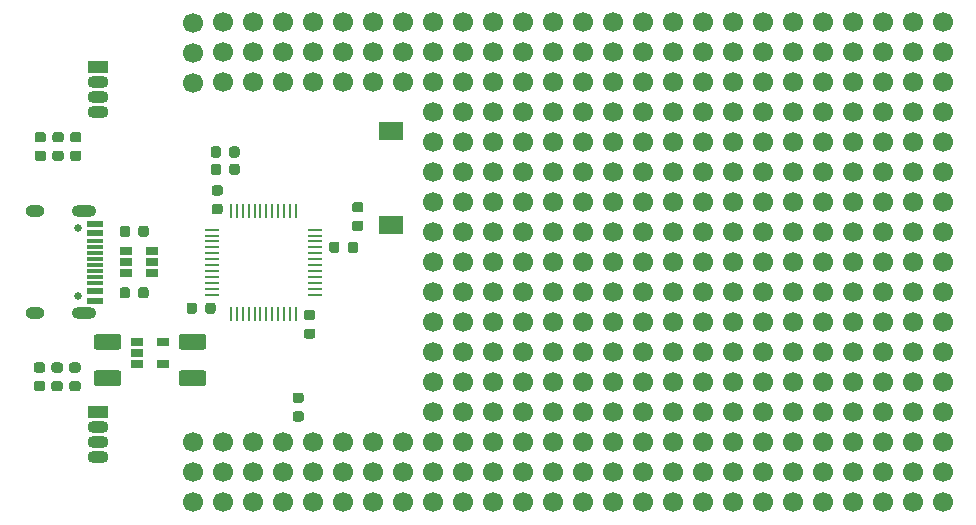
<source format=gbr>
G04 #@! TF.GenerationSoftware,KiCad,Pcbnew,5.1.8-db9833491~87~ubuntu20.04.1*
G04 #@! TF.CreationDate,2020-11-18T16:34:53+01:00*
G04 #@! TF.ProjectId,krieger,6b726965-6765-4722-9e6b-696361645f70,v1.0*
G04 #@! TF.SameCoordinates,Original*
G04 #@! TF.FileFunction,Soldermask,Top*
G04 #@! TF.FilePolarity,Negative*
%FSLAX46Y46*%
G04 Gerber Fmt 4.6, Leading zero omitted, Abs format (unit mm)*
G04 Created by KiCad (PCBNEW 5.1.8-db9833491~87~ubuntu20.04.1) date 2020-11-18 16:34:53*
%MOMM*%
%LPD*%
G01*
G04 APERTURE LIST*
%ADD10C,1.700000*%
%ADD11R,2.000000X1.500000*%
%ADD12O,1.600000X1.000000*%
%ADD13C,0.650000*%
%ADD14O,2.100000X1.000000*%
%ADD15R,1.450000X0.300000*%
%ADD16R,1.450000X0.600000*%
%ADD17R,1.300000X0.250000*%
%ADD18R,0.250000X1.300000*%
%ADD19R,1.060000X0.650000*%
%ADD20O,1.800000X1.070000*%
%ADD21R,1.800000X1.070000*%
G04 APERTURE END LIST*
D10*
X155320000Y-93180000D03*
X155320000Y-95720000D03*
X155320000Y-98260000D03*
X155320000Y-100800000D03*
X155320000Y-103340000D03*
X155320000Y-105880000D03*
X155320000Y-108420000D03*
X155320000Y-110960000D03*
X155320000Y-113500000D03*
X155320000Y-116040000D03*
X155320000Y-118580000D03*
X155320000Y-121120000D03*
X155320000Y-123660000D03*
X155320000Y-126200000D03*
X155320000Y-128740000D03*
X155320000Y-131280000D03*
X162940000Y-110960000D03*
X165480000Y-110960000D03*
X168020000Y-110960000D03*
X170560000Y-110960000D03*
X173100000Y-110960000D03*
X175640000Y-110960000D03*
X178180000Y-110960000D03*
X180720000Y-110960000D03*
X183260000Y-110960000D03*
X185800000Y-110960000D03*
X188340000Y-110960000D03*
X190880000Y-113500000D03*
X185800000Y-128740000D03*
X155320000Y-133820000D03*
X162940000Y-131280000D03*
X162940000Y-133820000D03*
X162940000Y-98260000D03*
X162940000Y-100800000D03*
X162940000Y-103340000D03*
X162940000Y-105880000D03*
X162940000Y-108420000D03*
X165480000Y-108420000D03*
X165480000Y-105880000D03*
X165480000Y-103340000D03*
X165480000Y-100800000D03*
X165480000Y-98260000D03*
X165480000Y-133820000D03*
X165480000Y-131280000D03*
X168020000Y-131280000D03*
X168020000Y-133820000D03*
X168020000Y-98260000D03*
X168020000Y-103340000D03*
X168020000Y-100800000D03*
X168020000Y-105880000D03*
X168020000Y-108420000D03*
X170560000Y-108420000D03*
X170560000Y-105880000D03*
X170560000Y-103340000D03*
X170560000Y-100800000D03*
X170560000Y-98260000D03*
X170560000Y-133820000D03*
X170560000Y-131280000D03*
X173100000Y-131280000D03*
X173100000Y-133820000D03*
X173100000Y-98260000D03*
X173100000Y-100800000D03*
X173100000Y-103340000D03*
X173100000Y-105880000D03*
X173100000Y-108420000D03*
X175640000Y-105880000D03*
X175640000Y-103340000D03*
X175640000Y-100800000D03*
X175640000Y-98260000D03*
X175640000Y-133820000D03*
X175640000Y-131280000D03*
X178180000Y-131280000D03*
X178180000Y-133820000D03*
X178180000Y-98260000D03*
X178180000Y-100800000D03*
X178180000Y-103340000D03*
X178180000Y-105880000D03*
X178180000Y-108420000D03*
X175640000Y-108420000D03*
X180720000Y-108420000D03*
X180720000Y-105880000D03*
X180720000Y-103340000D03*
X180720000Y-100800000D03*
X180720000Y-98260000D03*
X180720000Y-133820000D03*
X180720000Y-131280000D03*
X183260000Y-131280000D03*
X183260000Y-133820000D03*
X183260000Y-98260000D03*
X183260000Y-100800000D03*
X183260000Y-103340000D03*
X183260000Y-105880000D03*
X183260000Y-108420000D03*
X185800000Y-108420000D03*
X185800000Y-105880000D03*
X185800000Y-103340000D03*
X185800000Y-100800000D03*
X188340000Y-100800000D03*
X188340000Y-103340000D03*
X188340000Y-105880000D03*
X188340000Y-108420000D03*
X190880000Y-110960000D03*
X190880000Y-108420000D03*
X190880000Y-105880000D03*
X190880000Y-103340000D03*
X190880000Y-100800000D03*
X190880000Y-126200000D03*
X188340000Y-123660000D03*
X185800000Y-123660000D03*
X185800000Y-126200000D03*
X162940000Y-113500000D03*
X165480000Y-113500000D03*
X168020000Y-113500000D03*
X170560000Y-113500000D03*
X173100000Y-113500000D03*
X175640000Y-113500000D03*
X178180000Y-113500000D03*
X180720000Y-113500000D03*
X183260000Y-113500000D03*
X185800000Y-113500000D03*
X188340000Y-113500000D03*
X190880000Y-116040000D03*
X190880000Y-118580000D03*
X190880000Y-121120000D03*
X190880000Y-123660000D03*
X188340000Y-121120000D03*
X185800000Y-121120000D03*
X183260000Y-121120000D03*
X183260000Y-123660000D03*
X183260000Y-126200000D03*
X183260000Y-128740000D03*
X162940000Y-116040000D03*
X165480000Y-116040000D03*
X168020000Y-116040000D03*
X170560000Y-116040000D03*
X173100000Y-116040000D03*
X175640000Y-116040000D03*
X178180000Y-116040000D03*
X180720000Y-116040000D03*
X183260000Y-116040000D03*
X185800000Y-116040000D03*
X188340000Y-116040000D03*
X188340000Y-118580000D03*
X185800000Y-118580000D03*
X183260000Y-118580000D03*
X180720000Y-118580000D03*
X180720000Y-121120000D03*
X180720000Y-123660000D03*
X180720000Y-126200000D03*
X180720000Y-128740000D03*
X178180000Y-128740000D03*
X175640000Y-128740000D03*
X173100000Y-128740000D03*
X170560000Y-128740000D03*
X168020000Y-128740000D03*
X162940000Y-128740000D03*
X165480000Y-128740000D03*
X162940000Y-121120000D03*
X162940000Y-118580000D03*
X165480000Y-118580000D03*
X168020000Y-118580000D03*
X170560000Y-118580000D03*
X173100000Y-118580000D03*
X175640000Y-118580000D03*
X178180000Y-118580000D03*
X178180000Y-121120000D03*
X178180000Y-123660000D03*
X178180000Y-126200000D03*
X175640000Y-126200000D03*
X173100000Y-126200000D03*
X170560000Y-126200000D03*
X168020000Y-126200000D03*
X165480000Y-126200000D03*
X162940000Y-126200000D03*
X162940000Y-123660000D03*
X165480000Y-123660000D03*
X165480000Y-121120000D03*
X168020000Y-121120000D03*
X170560000Y-121120000D03*
X175640000Y-121120000D03*
X175640000Y-123660000D03*
X173100000Y-123660000D03*
X170560000Y-123660000D03*
X168020000Y-123660000D03*
X173100000Y-121120000D03*
X190880000Y-98260000D03*
X188340000Y-98260000D03*
X185800000Y-98260000D03*
X190880000Y-128740000D03*
X188340000Y-128740000D03*
X188340000Y-126200000D03*
X185800000Y-131280000D03*
X185800000Y-133820000D03*
X160400000Y-116040000D03*
X160400000Y-113500000D03*
X160400000Y-118580000D03*
X160400000Y-126200000D03*
X160400000Y-123660000D03*
X160400000Y-121120000D03*
X160400000Y-128740000D03*
X160400000Y-98260000D03*
X160400000Y-100800000D03*
X160400000Y-103340000D03*
X160400000Y-131280000D03*
X160400000Y-110960000D03*
X160400000Y-105880000D03*
X160400000Y-108420000D03*
X160400000Y-133820000D03*
X157860000Y-110960000D03*
X157860000Y-108420000D03*
X157860000Y-116040000D03*
X157860000Y-113500000D03*
X157860000Y-103340000D03*
X157860000Y-105880000D03*
X157860000Y-100800000D03*
X157860000Y-98260000D03*
X157860000Y-123660000D03*
X157860000Y-121120000D03*
X157860000Y-118580000D03*
X157860000Y-128740000D03*
X157860000Y-126200000D03*
X157860000Y-133820000D03*
X168020000Y-93180000D03*
X168020000Y-95720000D03*
X170560000Y-95720000D03*
X173100000Y-95720000D03*
X173100000Y-93180000D03*
X170560000Y-93180000D03*
X175640000Y-95720000D03*
X175640000Y-93180000D03*
X178180000Y-95720000D03*
X178180000Y-93180000D03*
X183260000Y-95720000D03*
X180720000Y-95720000D03*
X180720000Y-93180000D03*
X183260000Y-93180000D03*
X185800000Y-95720000D03*
X185800000Y-93180000D03*
X160400000Y-95720000D03*
X157860000Y-93180000D03*
X157860000Y-131280000D03*
X160400000Y-93180000D03*
X162940000Y-93180000D03*
X165480000Y-93180000D03*
X165480000Y-93180000D03*
X157860000Y-95720000D03*
X162940000Y-95720000D03*
X165480000Y-95720000D03*
X188340000Y-131280000D03*
X188340000Y-133820000D03*
X190880000Y-131280000D03*
X190880000Y-133820000D03*
X188340000Y-93180000D03*
X190880000Y-93180000D03*
X190880000Y-95720000D03*
X188340000Y-95720000D03*
X193420000Y-98260000D03*
X195960000Y-110960000D03*
X198500000Y-113500000D03*
X193420000Y-110960000D03*
X193420000Y-128740000D03*
X198500000Y-123660000D03*
X193420000Y-123660000D03*
X198500000Y-100800000D03*
X193420000Y-133820000D03*
X193420000Y-131280000D03*
X195960000Y-100800000D03*
X198500000Y-131280000D03*
X195960000Y-133820000D03*
X193420000Y-116040000D03*
X193420000Y-93180000D03*
X195960000Y-108420000D03*
X195960000Y-126200000D03*
X195960000Y-128740000D03*
X198500000Y-108420000D03*
X193420000Y-121120000D03*
X193420000Y-118580000D03*
X198500000Y-103340000D03*
X198500000Y-118580000D03*
X193420000Y-126200000D03*
X195960000Y-121120000D03*
X198500000Y-128740000D03*
X198500000Y-126200000D03*
X195960000Y-123660000D03*
X195960000Y-95720000D03*
X195960000Y-93180000D03*
X198500000Y-133820000D03*
X198500000Y-95720000D03*
X198500000Y-93180000D03*
X198500000Y-98260000D03*
X193420000Y-113500000D03*
X195960000Y-98260000D03*
X193420000Y-100800000D03*
X193420000Y-95720000D03*
X193420000Y-108420000D03*
X198500000Y-116040000D03*
X198500000Y-110960000D03*
X193420000Y-103340000D03*
X195960000Y-103340000D03*
X195960000Y-113500000D03*
X195960000Y-118580000D03*
X195960000Y-131280000D03*
X193420000Y-105880000D03*
X198500000Y-121120000D03*
X198500000Y-105880000D03*
X195960000Y-105880000D03*
X195960000Y-116040000D03*
X140135506Y-95746875D03*
X140135506Y-93206875D03*
X150295506Y-98286875D03*
X152835506Y-98286875D03*
X142675506Y-95746875D03*
X142675506Y-98286875D03*
X147755506Y-95746875D03*
X150295506Y-95746875D03*
X145215506Y-93206875D03*
X145215506Y-95746875D03*
X147755506Y-93206875D03*
X140135506Y-98286875D03*
X145215506Y-98286875D03*
X147755506Y-98286875D03*
X150295506Y-93206875D03*
X142675506Y-93206875D03*
X152835506Y-95746875D03*
X152835506Y-93206875D03*
X137595506Y-95746875D03*
X137595506Y-93206875D03*
X137595506Y-98286875D03*
X145215506Y-128766875D03*
X150295506Y-128766875D03*
X147755506Y-133846875D03*
X152835506Y-128766875D03*
X147755506Y-131306875D03*
X142675506Y-131306875D03*
X150295506Y-133846875D03*
X147755506Y-128766875D03*
X150295506Y-131306875D03*
X145215506Y-133846875D03*
X145215506Y-131306875D03*
X152835506Y-131306875D03*
X142675506Y-133846875D03*
X152835506Y-133846875D03*
X142675506Y-128766875D03*
X135055506Y-128766875D03*
X135055506Y-133846875D03*
X137595506Y-131306875D03*
X137595506Y-133846875D03*
X140135506Y-128766875D03*
X135055506Y-131306875D03*
X140135506Y-131306875D03*
X140135506Y-133846875D03*
X137595506Y-128766875D03*
X135000000Y-95800625D03*
X135000000Y-98340625D03*
X135000000Y-93260625D03*
D11*
X151830000Y-110370000D03*
X151830000Y-102370000D03*
D12*
X121640000Y-117820000D03*
D13*
X125290000Y-116390000D03*
D12*
X121640000Y-109180000D03*
D13*
X125290000Y-110610000D03*
D14*
X125820000Y-109180000D03*
X125820000Y-117820000D03*
D15*
X126735000Y-113250000D03*
X126735000Y-115250000D03*
X126735000Y-114750000D03*
X126735000Y-114250000D03*
X126735000Y-113750000D03*
X126735000Y-112750000D03*
X126735000Y-112250000D03*
X126735000Y-111750000D03*
D16*
X126735000Y-116750000D03*
X126735000Y-115950000D03*
X126735000Y-111050000D03*
X126735000Y-110250000D03*
X126735000Y-110250000D03*
X126735000Y-111050000D03*
X126735000Y-115950000D03*
X126735000Y-116750000D03*
D17*
X145350000Y-116250000D03*
X145350000Y-115750000D03*
X145350000Y-115250000D03*
X145350000Y-114750000D03*
X145350000Y-114250000D03*
X145350000Y-113750000D03*
X145350000Y-113250000D03*
X145350000Y-112750000D03*
X145350000Y-112250000D03*
X145350000Y-111750000D03*
X145350000Y-111250000D03*
X145350000Y-110750000D03*
D18*
X143750000Y-109150000D03*
X143250000Y-109150000D03*
X142750000Y-109150000D03*
X142250000Y-109150000D03*
X141750000Y-109150000D03*
X141250000Y-109150000D03*
X140750000Y-109150000D03*
X140250000Y-109150000D03*
X139750000Y-109150000D03*
X139250000Y-109150000D03*
X138750000Y-109150000D03*
X138250000Y-109150000D03*
D17*
X136650000Y-110750000D03*
X136650000Y-111250000D03*
X136650000Y-111750000D03*
X136650000Y-112250000D03*
X136650000Y-112750000D03*
X136650000Y-113250000D03*
X136650000Y-113750000D03*
X136650000Y-114250000D03*
X136650000Y-114750000D03*
X136650000Y-115250000D03*
X136650000Y-115750000D03*
X136650000Y-116250000D03*
D18*
X138250000Y-117850000D03*
X138750000Y-117850000D03*
X139250000Y-117850000D03*
X139750000Y-117850000D03*
X140250000Y-117850000D03*
X140750000Y-117850000D03*
X141250000Y-117850000D03*
X141750000Y-117850000D03*
X142250000Y-117850000D03*
X142750000Y-117850000D03*
X143250000Y-117850000D03*
X143750000Y-117850000D03*
G36*
G01*
X131275000Y-110643750D02*
X131275000Y-111156250D01*
G75*
G02*
X131056250Y-111375000I-218750J0D01*
G01*
X130618750Y-111375000D01*
G75*
G02*
X130400000Y-111156250I0J218750D01*
G01*
X130400000Y-110643750D01*
G75*
G02*
X130618750Y-110425000I218750J0D01*
G01*
X131056250Y-110425000D01*
G75*
G02*
X131275000Y-110643750I0J-218750D01*
G01*
G37*
G36*
G01*
X129700000Y-110643750D02*
X129700000Y-111156250D01*
G75*
G02*
X129481250Y-111375000I-218750J0D01*
G01*
X129043750Y-111375000D01*
G75*
G02*
X128825000Y-111156250I0J218750D01*
G01*
X128825000Y-110643750D01*
G75*
G02*
X129043750Y-110425000I218750J0D01*
G01*
X129481250Y-110425000D01*
G75*
G02*
X129700000Y-110643750I0J-218750D01*
G01*
G37*
G36*
G01*
X126874998Y-122665000D02*
X128725002Y-122665000D01*
G75*
G02*
X128975000Y-122914998I0J-249998D01*
G01*
X128975000Y-123740002D01*
G75*
G02*
X128725002Y-123990000I-249998J0D01*
G01*
X126874998Y-123990000D01*
G75*
G02*
X126625000Y-123740002I0J249998D01*
G01*
X126625000Y-122914998D01*
G75*
G02*
X126874998Y-122665000I249998J0D01*
G01*
G37*
G36*
G01*
X126874998Y-119590000D02*
X128725002Y-119590000D01*
G75*
G02*
X128975000Y-119839998I0J-249998D01*
G01*
X128975000Y-120665002D01*
G75*
G02*
X128725002Y-120915000I-249998J0D01*
G01*
X126874998Y-120915000D01*
G75*
G02*
X126625000Y-120665002I0J249998D01*
G01*
X126625000Y-119839998D01*
G75*
G02*
X126874998Y-119590000I249998J0D01*
G01*
G37*
G36*
G01*
X134074998Y-119587500D02*
X135925002Y-119587500D01*
G75*
G02*
X136175000Y-119837498I0J-249998D01*
G01*
X136175000Y-120662502D01*
G75*
G02*
X135925002Y-120912500I-249998J0D01*
G01*
X134074998Y-120912500D01*
G75*
G02*
X133825000Y-120662502I0J249998D01*
G01*
X133825000Y-119837498D01*
G75*
G02*
X134074998Y-119587500I249998J0D01*
G01*
G37*
G36*
G01*
X134074998Y-122662500D02*
X135925002Y-122662500D01*
G75*
G02*
X136175000Y-122912498I0J-249998D01*
G01*
X136175000Y-123737502D01*
G75*
G02*
X135925002Y-123987500I-249998J0D01*
G01*
X134074998Y-123987500D01*
G75*
G02*
X133825000Y-123737502I0J249998D01*
G01*
X133825000Y-122912498D01*
G75*
G02*
X134074998Y-122662500I249998J0D01*
G01*
G37*
G36*
G01*
X135370000Y-117153750D02*
X135370000Y-117666250D01*
G75*
G02*
X135151250Y-117885000I-218750J0D01*
G01*
X134713750Y-117885000D01*
G75*
G02*
X134495000Y-117666250I0J218750D01*
G01*
X134495000Y-117153750D01*
G75*
G02*
X134713750Y-116935000I218750J0D01*
G01*
X135151250Y-116935000D01*
G75*
G02*
X135370000Y-117153750I0J-218750D01*
G01*
G37*
G36*
G01*
X136945000Y-117153750D02*
X136945000Y-117666250D01*
G75*
G02*
X136726250Y-117885000I-218750J0D01*
G01*
X136288750Y-117885000D01*
G75*
G02*
X136070000Y-117666250I0J218750D01*
G01*
X136070000Y-117153750D01*
G75*
G02*
X136288750Y-116935000I218750J0D01*
G01*
X136726250Y-116935000D01*
G75*
G02*
X136945000Y-117153750I0J-218750D01*
G01*
G37*
G36*
G01*
X144653750Y-117545000D02*
X145166250Y-117545000D01*
G75*
G02*
X145385000Y-117763750I0J-218750D01*
G01*
X145385000Y-118201250D01*
G75*
G02*
X145166250Y-118420000I-218750J0D01*
G01*
X144653750Y-118420000D01*
G75*
G02*
X144435000Y-118201250I0J218750D01*
G01*
X144435000Y-117763750D01*
G75*
G02*
X144653750Y-117545000I218750J0D01*
G01*
G37*
G36*
G01*
X144653750Y-119120000D02*
X145166250Y-119120000D01*
G75*
G02*
X145385000Y-119338750I0J-218750D01*
G01*
X145385000Y-119776250D01*
G75*
G02*
X145166250Y-119995000I-218750J0D01*
G01*
X144653750Y-119995000D01*
G75*
G02*
X144435000Y-119776250I0J218750D01*
G01*
X144435000Y-119338750D01*
G75*
G02*
X144653750Y-119120000I218750J0D01*
G01*
G37*
G36*
G01*
X137336250Y-107870000D02*
X136823750Y-107870000D01*
G75*
G02*
X136605000Y-107651250I0J218750D01*
G01*
X136605000Y-107213750D01*
G75*
G02*
X136823750Y-106995000I218750J0D01*
G01*
X137336250Y-106995000D01*
G75*
G02*
X137555000Y-107213750I0J-218750D01*
G01*
X137555000Y-107651250D01*
G75*
G02*
X137336250Y-107870000I-218750J0D01*
G01*
G37*
G36*
G01*
X137336250Y-109445000D02*
X136823750Y-109445000D01*
G75*
G02*
X136605000Y-109226250I0J218750D01*
G01*
X136605000Y-108788750D01*
G75*
G02*
X136823750Y-108570000I218750J0D01*
G01*
X137336250Y-108570000D01*
G75*
G02*
X137555000Y-108788750I0J-218750D01*
G01*
X137555000Y-109226250D01*
G75*
G02*
X137336250Y-109445000I-218750J0D01*
G01*
G37*
G36*
G01*
X146565000Y-112506250D02*
X146565000Y-111993750D01*
G75*
G02*
X146783750Y-111775000I218750J0D01*
G01*
X147221250Y-111775000D01*
G75*
G02*
X147440000Y-111993750I0J-218750D01*
G01*
X147440000Y-112506250D01*
G75*
G02*
X147221250Y-112725000I-218750J0D01*
G01*
X146783750Y-112725000D01*
G75*
G02*
X146565000Y-112506250I0J218750D01*
G01*
G37*
G36*
G01*
X148140000Y-112506250D02*
X148140000Y-111993750D01*
G75*
G02*
X148358750Y-111775000I218750J0D01*
G01*
X148796250Y-111775000D01*
G75*
G02*
X149015000Y-111993750I0J-218750D01*
G01*
X149015000Y-112506250D01*
G75*
G02*
X148796250Y-112725000I-218750J0D01*
G01*
X148358750Y-112725000D01*
G75*
G02*
X148140000Y-112506250I0J218750D01*
G01*
G37*
G36*
G01*
X149236250Y-110865000D02*
X148723750Y-110865000D01*
G75*
G02*
X148505000Y-110646250I0J218750D01*
G01*
X148505000Y-110208750D01*
G75*
G02*
X148723750Y-109990000I218750J0D01*
G01*
X149236250Y-109990000D01*
G75*
G02*
X149455000Y-110208750I0J-218750D01*
G01*
X149455000Y-110646250D01*
G75*
G02*
X149236250Y-110865000I-218750J0D01*
G01*
G37*
G36*
G01*
X149236250Y-109290000D02*
X148723750Y-109290000D01*
G75*
G02*
X148505000Y-109071250I0J218750D01*
G01*
X148505000Y-108633750D01*
G75*
G02*
X148723750Y-108415000I218750J0D01*
G01*
X149236250Y-108415000D01*
G75*
G02*
X149455000Y-108633750I0J-218750D01*
G01*
X149455000Y-109071250D01*
G75*
G02*
X149236250Y-109290000I-218750J0D01*
G01*
G37*
G36*
G01*
X129700000Y-115843750D02*
X129700000Y-116356250D01*
G75*
G02*
X129481250Y-116575000I-218750J0D01*
G01*
X129043750Y-116575000D01*
G75*
G02*
X128825000Y-116356250I0J218750D01*
G01*
X128825000Y-115843750D01*
G75*
G02*
X129043750Y-115625000I218750J0D01*
G01*
X129481250Y-115625000D01*
G75*
G02*
X129700000Y-115843750I0J-218750D01*
G01*
G37*
G36*
G01*
X131275000Y-115843750D02*
X131275000Y-116356250D01*
G75*
G02*
X131056250Y-116575000I-218750J0D01*
G01*
X130618750Y-116575000D01*
G75*
G02*
X130400000Y-116356250I0J218750D01*
G01*
X130400000Y-115843750D01*
G75*
G02*
X130618750Y-115625000I218750J0D01*
G01*
X131056250Y-115625000D01*
G75*
G02*
X131275000Y-115843750I0J-218750D01*
G01*
G37*
G36*
G01*
X144196250Y-127005000D02*
X143683750Y-127005000D01*
G75*
G02*
X143465000Y-126786250I0J218750D01*
G01*
X143465000Y-126348750D01*
G75*
G02*
X143683750Y-126130000I218750J0D01*
G01*
X144196250Y-126130000D01*
G75*
G02*
X144415000Y-126348750I0J-218750D01*
G01*
X144415000Y-126786250D01*
G75*
G02*
X144196250Y-127005000I-218750J0D01*
G01*
G37*
G36*
G01*
X144196250Y-125430000D02*
X143683750Y-125430000D01*
G75*
G02*
X143465000Y-125211250I0J218750D01*
G01*
X143465000Y-124773750D01*
G75*
G02*
X143683750Y-124555000I218750J0D01*
G01*
X144196250Y-124555000D01*
G75*
G02*
X144415000Y-124773750I0J-218750D01*
G01*
X144415000Y-125211250D01*
G75*
G02*
X144196250Y-125430000I-218750J0D01*
G01*
G37*
G36*
G01*
X122366250Y-104945000D02*
X121853750Y-104945000D01*
G75*
G02*
X121635000Y-104726250I0J218750D01*
G01*
X121635000Y-104288750D01*
G75*
G02*
X121853750Y-104070000I218750J0D01*
G01*
X122366250Y-104070000D01*
G75*
G02*
X122585000Y-104288750I0J-218750D01*
G01*
X122585000Y-104726250D01*
G75*
G02*
X122366250Y-104945000I-218750J0D01*
G01*
G37*
G36*
G01*
X122366250Y-103370000D02*
X121853750Y-103370000D01*
G75*
G02*
X121635000Y-103151250I0J218750D01*
G01*
X121635000Y-102713750D01*
G75*
G02*
X121853750Y-102495000I218750J0D01*
G01*
X122366250Y-102495000D01*
G75*
G02*
X122585000Y-102713750I0J-218750D01*
G01*
X122585000Y-103151250D01*
G75*
G02*
X122366250Y-103370000I-218750J0D01*
G01*
G37*
G36*
G01*
X123866250Y-103370000D02*
X123353750Y-103370000D01*
G75*
G02*
X123135000Y-103151250I0J218750D01*
G01*
X123135000Y-102713750D01*
G75*
G02*
X123353750Y-102495000I218750J0D01*
G01*
X123866250Y-102495000D01*
G75*
G02*
X124085000Y-102713750I0J-218750D01*
G01*
X124085000Y-103151250D01*
G75*
G02*
X123866250Y-103370000I-218750J0D01*
G01*
G37*
G36*
G01*
X123866250Y-104945000D02*
X123353750Y-104945000D01*
G75*
G02*
X123135000Y-104726250I0J218750D01*
G01*
X123135000Y-104288750D01*
G75*
G02*
X123353750Y-104070000I218750J0D01*
G01*
X123866250Y-104070000D01*
G75*
G02*
X124085000Y-104288750I0J-218750D01*
G01*
X124085000Y-104726250D01*
G75*
G02*
X123866250Y-104945000I-218750J0D01*
G01*
G37*
G36*
G01*
X125366250Y-104945000D02*
X124853750Y-104945000D01*
G75*
G02*
X124635000Y-104726250I0J218750D01*
G01*
X124635000Y-104288750D01*
G75*
G02*
X124853750Y-104070000I218750J0D01*
G01*
X125366250Y-104070000D01*
G75*
G02*
X125585000Y-104288750I0J-218750D01*
G01*
X125585000Y-104726250D01*
G75*
G02*
X125366250Y-104945000I-218750J0D01*
G01*
G37*
G36*
G01*
X125366250Y-103370000D02*
X124853750Y-103370000D01*
G75*
G02*
X124635000Y-103151250I0J218750D01*
G01*
X124635000Y-102713750D01*
G75*
G02*
X124853750Y-102495000I218750J0D01*
G01*
X125366250Y-102495000D01*
G75*
G02*
X125585000Y-102713750I0J-218750D01*
G01*
X125585000Y-103151250D01*
G75*
G02*
X125366250Y-103370000I-218750J0D01*
G01*
G37*
G36*
G01*
X124783750Y-123560000D02*
X125296250Y-123560000D01*
G75*
G02*
X125515000Y-123778750I0J-218750D01*
G01*
X125515000Y-124216250D01*
G75*
G02*
X125296250Y-124435000I-218750J0D01*
G01*
X124783750Y-124435000D01*
G75*
G02*
X124565000Y-124216250I0J218750D01*
G01*
X124565000Y-123778750D01*
G75*
G02*
X124783750Y-123560000I218750J0D01*
G01*
G37*
G36*
G01*
X124783750Y-121985000D02*
X125296250Y-121985000D01*
G75*
G02*
X125515000Y-122203750I0J-218750D01*
G01*
X125515000Y-122641250D01*
G75*
G02*
X125296250Y-122860000I-218750J0D01*
G01*
X124783750Y-122860000D01*
G75*
G02*
X124565000Y-122641250I0J218750D01*
G01*
X124565000Y-122203750D01*
G75*
G02*
X124783750Y-121985000I218750J0D01*
G01*
G37*
D19*
X130300000Y-120250000D03*
X130300000Y-121200000D03*
X130300000Y-122150000D03*
X132500000Y-122150000D03*
X132500000Y-120250000D03*
X131600000Y-114450000D03*
X131600000Y-113500000D03*
X131600000Y-112550000D03*
X129400000Y-112550000D03*
X129400000Y-114450000D03*
X129400000Y-113500000D03*
D20*
X127000000Y-100810000D03*
X127000000Y-99540000D03*
X127000000Y-98270000D03*
D21*
X127000000Y-97000000D03*
X127000000Y-126200000D03*
D20*
X127000000Y-127470000D03*
X127000000Y-128740000D03*
X127000000Y-130010000D03*
G36*
G01*
X123273750Y-121985000D02*
X123786250Y-121985000D01*
G75*
G02*
X124005000Y-122203750I0J-218750D01*
G01*
X124005000Y-122641250D01*
G75*
G02*
X123786250Y-122860000I-218750J0D01*
G01*
X123273750Y-122860000D01*
G75*
G02*
X123055000Y-122641250I0J218750D01*
G01*
X123055000Y-122203750D01*
G75*
G02*
X123273750Y-121985000I218750J0D01*
G01*
G37*
G36*
G01*
X123273750Y-123560000D02*
X123786250Y-123560000D01*
G75*
G02*
X124005000Y-123778750I0J-218750D01*
G01*
X124005000Y-124216250D01*
G75*
G02*
X123786250Y-124435000I-218750J0D01*
G01*
X123273750Y-124435000D01*
G75*
G02*
X123055000Y-124216250I0J218750D01*
G01*
X123055000Y-123778750D01*
G75*
G02*
X123273750Y-123560000I218750J0D01*
G01*
G37*
G36*
G01*
X121783750Y-123560000D02*
X122296250Y-123560000D01*
G75*
G02*
X122515000Y-123778750I0J-218750D01*
G01*
X122515000Y-124216250D01*
G75*
G02*
X122296250Y-124435000I-218750J0D01*
G01*
X121783750Y-124435000D01*
G75*
G02*
X121565000Y-124216250I0J218750D01*
G01*
X121565000Y-123778750D01*
G75*
G02*
X121783750Y-123560000I218750J0D01*
G01*
G37*
G36*
G01*
X121783750Y-121985000D02*
X122296250Y-121985000D01*
G75*
G02*
X122515000Y-122203750I0J-218750D01*
G01*
X122515000Y-122641250D01*
G75*
G02*
X122296250Y-122860000I-218750J0D01*
G01*
X121783750Y-122860000D01*
G75*
G02*
X121565000Y-122641250I0J218750D01*
G01*
X121565000Y-122203750D01*
G75*
G02*
X121783750Y-121985000I218750J0D01*
G01*
G37*
G36*
G01*
X138985000Y-103923750D02*
X138985000Y-104436250D01*
G75*
G02*
X138766250Y-104655000I-218750J0D01*
G01*
X138328750Y-104655000D01*
G75*
G02*
X138110000Y-104436250I0J218750D01*
G01*
X138110000Y-103923750D01*
G75*
G02*
X138328750Y-103705000I218750J0D01*
G01*
X138766250Y-103705000D01*
G75*
G02*
X138985000Y-103923750I0J-218750D01*
G01*
G37*
G36*
G01*
X137410000Y-103923750D02*
X137410000Y-104436250D01*
G75*
G02*
X137191250Y-104655000I-218750J0D01*
G01*
X136753750Y-104655000D01*
G75*
G02*
X136535000Y-104436250I0J218750D01*
G01*
X136535000Y-103923750D01*
G75*
G02*
X136753750Y-103705000I218750J0D01*
G01*
X137191250Y-103705000D01*
G75*
G02*
X137410000Y-103923750I0J-218750D01*
G01*
G37*
G36*
G01*
X137420000Y-105383750D02*
X137420000Y-105896250D01*
G75*
G02*
X137201250Y-106115000I-218750J0D01*
G01*
X136763750Y-106115000D01*
G75*
G02*
X136545000Y-105896250I0J218750D01*
G01*
X136545000Y-105383750D01*
G75*
G02*
X136763750Y-105165000I218750J0D01*
G01*
X137201250Y-105165000D01*
G75*
G02*
X137420000Y-105383750I0J-218750D01*
G01*
G37*
G36*
G01*
X138995000Y-105383750D02*
X138995000Y-105896250D01*
G75*
G02*
X138776250Y-106115000I-218750J0D01*
G01*
X138338750Y-106115000D01*
G75*
G02*
X138120000Y-105896250I0J218750D01*
G01*
X138120000Y-105383750D01*
G75*
G02*
X138338750Y-105165000I218750J0D01*
G01*
X138776250Y-105165000D01*
G75*
G02*
X138995000Y-105383750I0J-218750D01*
G01*
G37*
M02*

</source>
